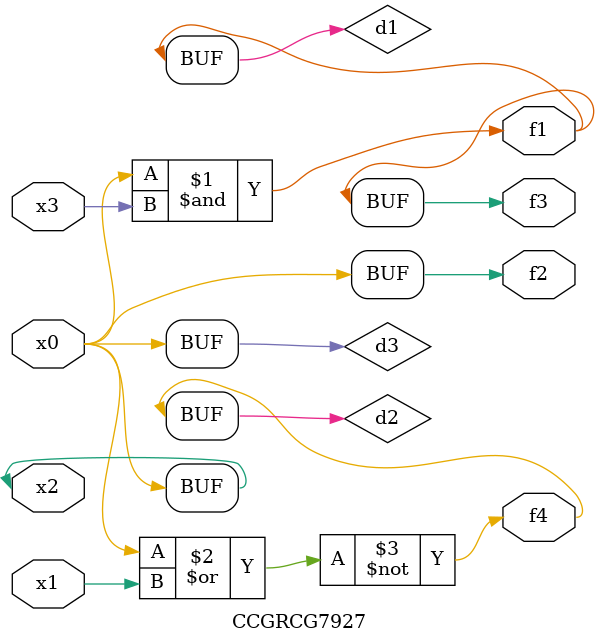
<source format=v>
module CCGRCG7927(
	input x0, x1, x2, x3,
	output f1, f2, f3, f4
);

	wire d1, d2, d3;

	and (d1, x2, x3);
	nor (d2, x0, x1);
	buf (d3, x0, x2);
	assign f1 = d1;
	assign f2 = d3;
	assign f3 = d1;
	assign f4 = d2;
endmodule

</source>
